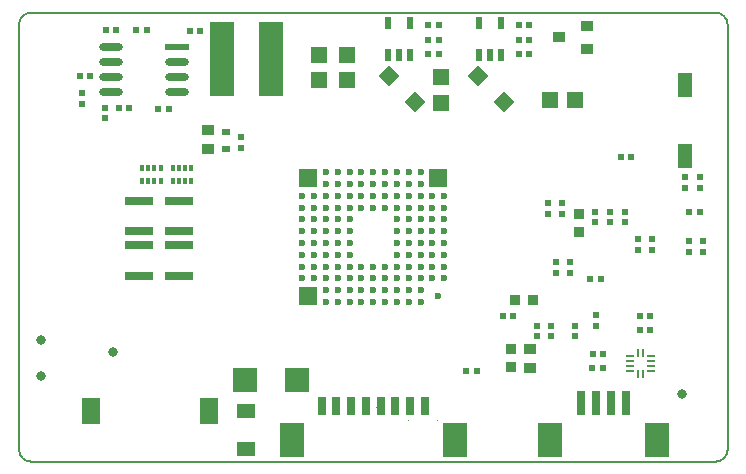
<source format=gbp>
%FSLAX44Y44*%
%MOMM*%
G71*
G01*
G75*
G04 Layer_Color=128*
%ADD10R,1.8000X0.2500*%
%ADD11R,0.5000X0.6000*%
%ADD12R,0.5000X1.1000*%
%ADD13R,0.8128X0.8128*%
%ADD14R,1.0160X0.8890*%
%ADD15R,2.4000X1.2500*%
%ADD16R,1.2000X1.2500*%
%ADD17R,0.8890X1.0160*%
%ADD18R,1.6002X1.2954*%
%ADD19R,0.7600X1.5200*%
%ADD20R,0.6000X0.5000*%
%ADD21R,0.8128X0.8128*%
%ADD22R,1.0668X0.8128*%
G04:AMPARAMS|DCode=23|XSize=0.22mm|YSize=0.8mm|CornerRadius=0mm|HoleSize=0mm|Usage=FLASHONLY|Rotation=90.000|XOffset=0mm|YOffset=0mm|HoleType=Round|Shape=RoundedRectangle|*
%AMROUNDEDRECTD23*
21,1,0.2200,0.8000,0,0,90.0*
21,1,0.2200,0.8000,0,0,90.0*
1,1,0.0000,0.4000,0.1100*
1,1,0.0000,0.4000,-0.1100*
1,1,0.0000,-0.4000,-0.1100*
1,1,0.0000,-0.4000,0.1100*
%
%ADD23ROUNDEDRECTD23*%
G04:AMPARAMS|DCode=24|XSize=0.22mm|YSize=0.8mm|CornerRadius=0mm|HoleSize=0mm|Usage=FLASHONLY|Rotation=0.000|XOffset=0mm|YOffset=0mm|HoleType=Round|Shape=RoundedRectangle|*
%AMROUNDEDRECTD24*
21,1,0.2200,0.8000,0,0,0.0*
21,1,0.2200,0.8000,0,0,0.0*
1,1,0.0000,0.1100,-0.4000*
1,1,0.0000,-0.1100,-0.4000*
1,1,0.0000,-0.1100,0.4000*
1,1,0.0000,0.1100,0.4000*
%
%ADD24ROUNDEDRECTD24*%
%ADD25R,4.3000X4.3000*%
%ADD26R,0.6000X0.7000*%
%ADD27R,1.2000X1.4000*%
%ADD28R,0.8000X1.6000*%
%ADD29P,1.8385X4X90.0*%
%ADD30R,1.2700X0.5080*%
%ADD31R,1.3970X1.3970*%
%ADD32R,1.2000X1.6000*%
%ADD33R,1.5000X0.4000*%
%ADD34R,1.2000X2.2000*%
%ADD35R,1.6000X1.4000*%
%ADD36R,1.1000X1.4000*%
%ADD37R,0.7000X1.6000*%
%ADD38R,1.4000X1.2000*%
%ADD39R,1.4000X0.6000*%
%ADD40C,0.2000*%
%ADD41C,0.2540*%
%ADD42C,0.1270*%
%ADD43C,0.4000*%
%ADD44C,0.6000*%
%ADD45C,0.3000*%
%ADD46C,1.0000*%
%ADD47C,0.5000*%
%ADD48C,0.0254*%
%ADD49C,0.5000*%
G04:AMPARAMS|DCode=50|XSize=4mm|YSize=4mm|CornerRadius=2mm|HoleSize=0mm|Usage=FLASHONLY|Rotation=0.000|XOffset=0mm|YOffset=0mm|HoleType=Round|Shape=RoundedRectangle|*
%AMROUNDEDRECTD50*
21,1,4.0000,0.0000,0,0,0.0*
21,1,0.0000,4.0000,0,0,0.0*
1,1,4.0000,0.0000,0.0000*
1,1,4.0000,0.0000,0.0000*
1,1,4.0000,0.0000,0.0000*
1,1,4.0000,0.0000,0.0000*
%
%ADD50ROUNDEDRECTD50*%
%ADD51R,1.5240X1.5240*%
%ADD52C,1.5240*%
%ADD53C,0.3000*%
%ADD54C,4.4000*%
%ADD55C,0.8000*%
%ADD56C,3.6000*%
%ADD57R,1.2000X2.0000*%
%ADD58R,1.6000X1.2000*%
%ADD59O,2.0320X0.6096*%
%ADD60R,2.0320X0.6096*%
%ADD61R,2.3500X0.7250*%
%ADD62R,1.3970X1.3970*%
%ADD63P,1.8385X4X180.0*%
%ADD64R,2.1000X3.0000*%
%ADD65R,0.8000X2.1000*%
%ADD66R,1.6000X2.2000*%
%ADD67C,0.8000*%
G04:AMPARAMS|DCode=68|XSize=2mm|YSize=2mm|CornerRadius=0mm|HoleSize=0mm|Usage=FLASHONLY|Rotation=180.000|XOffset=0mm|YOffset=0mm|HoleType=Round|Shape=RoundedRectangle|*
%AMROUNDEDRECTD68*
21,1,2.0000,2.0000,0,0,180.0*
21,1,2.0000,2.0000,0,0,180.0*
1,1,0.0000,-1.0000,1.0000*
1,1,0.0000,1.0000,1.0000*
1,1,0.0000,1.0000,-1.0000*
1,1,0.0000,-1.0000,-1.0000*
%
%ADD68ROUNDEDRECTD68*%
%ADD69R,2.1500X6.3000*%
%ADD70C,0.6000*%
%ADD71R,1.6000X1.6000*%
%ADD72R,0.4064X0.5500*%
%ADD73R,0.3048X0.5500*%
%ADD74R,0.2000X0.7500*%
%ADD75R,0.7500X0.2000*%
%ADD76R,0.7000X0.6000*%
%ADD77R,2.3500X1.9250*%
%ADD78C,4.0000*%
%ADD79C,0.1250*%
%ADD80C,0.1524*%
%ADD81C,0.1200*%
%ADD82C,0.2032*%
%ADD83C,0.1000*%
%ADD84R,2.0040X0.4540*%
%ADD85R,0.7040X0.8040*%
%ADD86R,0.7040X1.3040*%
%ADD87R,1.0168X1.0168*%
%ADD88R,1.2200X1.0930*%
%ADD89R,2.6040X1.4540*%
%ADD90R,1.4040X1.4540*%
%ADD91R,1.0930X1.2200*%
%ADD92R,1.8042X1.4994*%
%ADD93R,0.9640X1.7240*%
%ADD94R,0.8040X0.7040*%
%ADD95R,1.0168X1.0168*%
%ADD96R,1.2708X1.0168*%
G04:AMPARAMS|DCode=97|XSize=0.424mm|YSize=1.004mm|CornerRadius=0mm|HoleSize=0mm|Usage=FLASHONLY|Rotation=90.000|XOffset=0mm|YOffset=0mm|HoleType=Round|Shape=RoundedRectangle|*
%AMROUNDEDRECTD97*
21,1,0.4240,1.0040,0,0,90.0*
21,1,0.4240,1.0040,0,0,90.0*
1,1,0.0000,0.5020,0.2120*
1,1,0.0000,0.5020,-0.2120*
1,1,0.0000,-0.5020,-0.2120*
1,1,0.0000,-0.5020,0.2120*
%
%ADD97ROUNDEDRECTD97*%
G04:AMPARAMS|DCode=98|XSize=0.424mm|YSize=1.004mm|CornerRadius=0mm|HoleSize=0mm|Usage=FLASHONLY|Rotation=0.000|XOffset=0mm|YOffset=0mm|HoleType=Round|Shape=RoundedRectangle|*
%AMROUNDEDRECTD98*
21,1,0.4240,1.0040,0,0,0.0*
21,1,0.4240,1.0040,0,0,0.0*
1,1,0.0000,0.2120,-0.5020*
1,1,0.0000,-0.2120,-0.5020*
1,1,0.0000,-0.2120,0.5020*
1,1,0.0000,0.2120,0.5020*
%
%ADD98ROUNDEDRECTD98*%
%ADD99R,4.5040X4.5040*%
%ADD100R,0.8040X0.9040*%
%ADD101R,1.4040X1.6040*%
%ADD102R,1.0040X1.8040*%
%ADD103P,2.1270X4X90.0*%
%ADD104R,1.4740X0.7120*%
%ADD105R,1.6010X1.6010*%
%ADD106R,1.4040X1.8040*%
%ADD107R,1.7040X0.6040*%
%ADD108R,1.4040X2.4040*%
%ADD109R,1.8040X1.6040*%
%ADD110R,1.3040X1.6040*%
%ADD111R,0.9040X1.8040*%
%ADD112R,1.6040X1.4040*%
%ADD113R,1.6040X0.8040*%
%ADD114C,0.7040*%
G04:AMPARAMS|DCode=115|XSize=4.204mm|YSize=4.204mm|CornerRadius=2.102mm|HoleSize=0mm|Usage=FLASHONLY|Rotation=0.000|XOffset=0mm|YOffset=0mm|HoleType=Round|Shape=RoundedRectangle|*
%AMROUNDEDRECTD115*
21,1,4.2040,0.0000,0,0,0.0*
21,1,0.0000,4.2040,0,0,0.0*
1,1,4.2040,0.0000,0.0000*
1,1,4.2040,0.0000,0.0000*
1,1,4.2040,0.0000,0.0000*
1,1,4.2040,0.0000,0.0000*
%
%ADD115ROUNDEDRECTD115*%
%ADD116R,1.7280X1.7280*%
%ADD117C,1.7280*%
%ADD118C,0.5040*%
%ADD119C,0.2040*%
%ADD120C,4.6040*%
%ADD121R,2.5500X1.4000*%
%ADD122R,1.4040X2.2040*%
%ADD123R,1.8040X1.4040*%
%ADD124O,2.2360X0.8136*%
%ADD125R,2.2360X0.8136*%
%ADD126R,2.5540X0.9290*%
%ADD127R,1.6010X1.6010*%
%ADD128P,2.1270X4X180.0*%
%ADD129R,2.3040X3.2040*%
%ADD130R,1.0040X2.3040*%
%ADD131R,1.8040X2.4040*%
%ADD132C,1.0040*%
G04:AMPARAMS|DCode=133|XSize=2.204mm|YSize=2.204mm|CornerRadius=0mm|HoleSize=0mm|Usage=FLASHONLY|Rotation=180.000|XOffset=0mm|YOffset=0mm|HoleType=Round|Shape=RoundedRectangle|*
%AMROUNDEDRECTD133*
21,1,2.2040,2.2040,0,0,180.0*
21,1,2.2040,2.2040,0,0,180.0*
1,1,0.0000,-1.1020,1.1020*
1,1,0.0000,1.1020,1.1020*
1,1,0.0000,1.1020,-1.1020*
1,1,0.0000,-1.1020,-1.1020*
%
%ADD133ROUNDEDRECTD133*%
%ADD134R,2.3540X6.5040*%
%ADD135C,0.8040*%
%ADD136R,1.8040X1.8040*%
%ADD137R,0.6104X0.7540*%
%ADD138R,0.5088X0.7540*%
%ADD139R,0.4040X0.9540*%
%ADD140R,0.9540X0.4040*%
%ADD141R,0.9040X0.8040*%
%ADD142C,4.2040*%
D11*
X-206500Y109000D02*
D03*
X-215500D02*
D03*
X123230Y167031D02*
D03*
X132230D02*
D03*
X55656Y154830D02*
D03*
X46656D02*
D03*
X55656Y179230D02*
D03*
X46656D02*
D03*
X234500Y-79000D02*
D03*
X225500D02*
D03*
X234500Y-67000D02*
D03*
X225500D02*
D03*
X267500Y21000D02*
D03*
X276500D02*
D03*
X183500Y-35494D02*
D03*
X192500D02*
D03*
X109500Y-67000D02*
D03*
X118500D02*
D03*
X78500Y-113000D02*
D03*
X87500D02*
D03*
X-155354Y174853D02*
D03*
X-146354D02*
D03*
X-226500Y175642D02*
D03*
X-217500D02*
D03*
X-239500Y136000D02*
D03*
X-248500D02*
D03*
X-192003Y175642D02*
D03*
X-201003D02*
D03*
X-173062Y108887D02*
D03*
X-182062D02*
D03*
X46656Y167031D02*
D03*
X55656D02*
D03*
X185500Y-110840D02*
D03*
X194500D02*
D03*
X194658Y-99110D02*
D03*
X185658D02*
D03*
X132230Y179230D02*
D03*
X123230D02*
D03*
Y154830D02*
D03*
X132230D02*
D03*
X218500Y68000D02*
D03*
X209500D02*
D03*
D12*
X108230Y181299D02*
D03*
X89230D02*
D03*
Y154299D02*
D03*
X98730D02*
D03*
X108230D02*
D03*
X31500Y181299D02*
D03*
X12500D02*
D03*
Y154299D02*
D03*
X22000D02*
D03*
X31500D02*
D03*
D13*
X135620Y-53494D02*
D03*
X120380D02*
D03*
D14*
X133000Y-110506D02*
D03*
Y-94504D02*
D03*
X-140000Y74999D02*
D03*
Y91001D02*
D03*
D20*
X-227000Y100500D02*
D03*
Y109500D02*
D03*
X188178Y-65995D02*
D03*
Y-74994D02*
D03*
X264000Y41500D02*
D03*
Y50500D02*
D03*
X277000D02*
D03*
Y41500D02*
D03*
X139000Y-74994D02*
D03*
Y-83994D02*
D03*
X160000Y19500D02*
D03*
Y28500D02*
D03*
X150678Y-83994D02*
D03*
Y-74994D02*
D03*
X170678D02*
D03*
Y-83994D02*
D03*
X267000Y-12500D02*
D03*
Y-3500D02*
D03*
X200000Y21500D02*
D03*
Y12500D02*
D03*
X279000Y-3500D02*
D03*
Y-12500D02*
D03*
X188000Y21500D02*
D03*
Y12500D02*
D03*
X236000Y-1500D02*
D03*
Y-10500D02*
D03*
X224000D02*
D03*
Y-1500D02*
D03*
X213000Y12500D02*
D03*
Y21500D02*
D03*
X-246450Y113000D02*
D03*
Y122000D02*
D03*
X166632Y-30029D02*
D03*
Y-21029D02*
D03*
X155000Y-29994D02*
D03*
Y-20994D02*
D03*
X-112000Y84500D02*
D03*
Y75500D02*
D03*
X148000Y28500D02*
D03*
Y19500D02*
D03*
D21*
X174000Y19620D02*
D03*
Y4380D02*
D03*
X117000Y-109620D02*
D03*
Y-94380D02*
D03*
D22*
X180544Y178589D02*
D03*
Y159513D02*
D03*
X157608Y169051D02*
D03*
D28*
X43750Y-142584D02*
D03*
X18750D02*
D03*
X-43750D02*
D03*
X-31250D02*
D03*
X-18750D02*
D03*
X-6250D02*
D03*
X6250D02*
D03*
X31250D02*
D03*
D31*
X170795Y116000D02*
D03*
X149205D02*
D03*
D40*
X289941Y-190000D02*
G03*
X299941Y-180000I0J10000D01*
G01*
Y180000D02*
G03*
X289941Y190000I-10000J0D01*
G01*
X-300000Y-180000D02*
G03*
X-290000Y-190000I10000J0D01*
G01*
Y190000D02*
G03*
X-300000Y180000I0J-10000D01*
G01*
X300000Y-180000D02*
Y180000D01*
X-300000Y-180000D02*
Y180000D01*
X-290000Y-190000D02*
X289941Y-190000D01*
X-290000Y190000D02*
X289941Y190000D01*
D48*
X53993Y-154584D02*
X54000D01*
X27493Y-143984D02*
X27500D01*
X2493D02*
X2500D01*
X28993Y-154584D02*
X29000D01*
D57*
X263778Y68431D02*
D03*
Y128431D02*
D03*
D58*
X-108000Y-147000D02*
D03*
Y-179000D02*
D03*
D59*
X-222080Y161390D02*
D03*
Y148691D02*
D03*
Y135990D02*
D03*
Y123291D02*
D03*
X-166200D02*
D03*
Y135990D02*
D03*
Y148691D02*
D03*
D60*
Y161390D02*
D03*
D61*
X-164612Y5000D02*
D03*
Y31000D02*
D03*
X-198612D02*
D03*
Y5000D02*
D03*
Y-7000D02*
D03*
Y-33000D02*
D03*
X-164612D02*
D03*
Y-7000D02*
D03*
D62*
X-46251Y154443D02*
D03*
Y132853D02*
D03*
X57000Y113825D02*
D03*
Y135415D02*
D03*
X-22189Y132853D02*
D03*
Y154443D02*
D03*
D63*
X13000Y136000D02*
D03*
X35000Y114000D02*
D03*
X89000Y136000D02*
D03*
X111000Y114000D02*
D03*
D64*
X240000Y-171584D02*
D03*
X150000D02*
D03*
X69250D02*
D03*
X-69250D02*
D03*
D65*
X176250Y-140584D02*
D03*
X188750D02*
D03*
X201250D02*
D03*
X213750D02*
D03*
D66*
X-238750Y-147000D02*
D03*
X-139250D02*
D03*
D67*
X-281700Y-87500D02*
D03*
Y-117500D02*
D03*
X-220000Y-97500D02*
D03*
X261000Y-133000D02*
D03*
D68*
X-65000Y-121000D02*
D03*
X-109000D02*
D03*
D69*
X-127831Y150546D02*
D03*
X-86331D02*
D03*
D70*
X-60000Y35000D02*
D03*
Y25000D02*
D03*
Y15000D02*
D03*
Y5000D02*
D03*
Y-5000D02*
D03*
Y-15000D02*
D03*
Y-25000D02*
D03*
Y-35000D02*
D03*
X60000Y35000D02*
D03*
Y25000D02*
D03*
Y15000D02*
D03*
Y5000D02*
D03*
Y-5000D02*
D03*
Y-15000D02*
D03*
Y-25000D02*
D03*
Y-35000D02*
D03*
X-40000Y55000D02*
D03*
X-30000D02*
D03*
X-20000D02*
D03*
X-10000D02*
D03*
X0D02*
D03*
X10000D02*
D03*
X20000D02*
D03*
X30000D02*
D03*
X40000D02*
D03*
X-40000Y-55000D02*
D03*
X-30000D02*
D03*
X-20000D02*
D03*
X-10000D02*
D03*
X0D02*
D03*
X10000D02*
D03*
X20000D02*
D03*
X30000D02*
D03*
X40000D02*
D03*
X55000Y-50000D02*
D03*
X50000Y-35000D02*
D03*
Y-25000D02*
D03*
Y-15000D02*
D03*
Y-5000D02*
D03*
Y5000D02*
D03*
Y15000D02*
D03*
Y25000D02*
D03*
Y35000D02*
D03*
X40000Y-45000D02*
D03*
Y-35000D02*
D03*
Y-25000D02*
D03*
Y-15000D02*
D03*
Y-5000D02*
D03*
Y5000D02*
D03*
Y15000D02*
D03*
Y25000D02*
D03*
Y35000D02*
D03*
Y45000D02*
D03*
X30000Y-45000D02*
D03*
Y-35000D02*
D03*
Y-25000D02*
D03*
Y-15000D02*
D03*
Y-5000D02*
D03*
Y5000D02*
D03*
Y15000D02*
D03*
Y25000D02*
D03*
Y35000D02*
D03*
Y45000D02*
D03*
X20000Y-45000D02*
D03*
Y-35000D02*
D03*
Y-25000D02*
D03*
Y-15000D02*
D03*
Y-5000D02*
D03*
Y5000D02*
D03*
Y15000D02*
D03*
Y25000D02*
D03*
Y35000D02*
D03*
Y45000D02*
D03*
X10000Y-45000D02*
D03*
Y-35000D02*
D03*
Y-25000D02*
D03*
Y25000D02*
D03*
Y35000D02*
D03*
Y45000D02*
D03*
X0Y-45000D02*
D03*
Y-35000D02*
D03*
Y-25000D02*
D03*
Y25000D02*
D03*
Y35000D02*
D03*
Y45000D02*
D03*
X-10000Y-45000D02*
D03*
Y-35000D02*
D03*
Y-25000D02*
D03*
Y25000D02*
D03*
Y35000D02*
D03*
Y45000D02*
D03*
X-20000Y-45000D02*
D03*
Y-35000D02*
D03*
Y-25000D02*
D03*
Y-15000D02*
D03*
Y-5000D02*
D03*
Y5000D02*
D03*
Y15000D02*
D03*
Y25000D02*
D03*
Y35000D02*
D03*
Y45000D02*
D03*
X-30000Y-45000D02*
D03*
Y-35000D02*
D03*
Y-25000D02*
D03*
Y-15000D02*
D03*
Y-5000D02*
D03*
Y5000D02*
D03*
Y15000D02*
D03*
Y25000D02*
D03*
Y35000D02*
D03*
Y45000D02*
D03*
X-40000Y-45000D02*
D03*
Y-35000D02*
D03*
Y-25000D02*
D03*
Y-15000D02*
D03*
Y-5000D02*
D03*
Y5000D02*
D03*
Y15000D02*
D03*
Y25000D02*
D03*
Y35000D02*
D03*
Y45000D02*
D03*
X-50000Y-35000D02*
D03*
Y-25000D02*
D03*
Y-15000D02*
D03*
Y-5000D02*
D03*
Y5000D02*
D03*
Y15000D02*
D03*
Y25000D02*
D03*
Y35000D02*
D03*
D71*
X55000Y50000D02*
D03*
X-55000Y-50000D02*
D03*
Y50000D02*
D03*
D72*
X-179999Y47750D02*
D03*
X-196001D02*
D03*
Y58250D02*
D03*
X-179999D02*
D03*
X-153999Y47750D02*
D03*
X-170001D02*
D03*
Y58250D02*
D03*
X-153999D02*
D03*
D73*
X-185501Y47750D02*
D03*
X-190499D02*
D03*
Y58250D02*
D03*
X-185501D02*
D03*
X-159501Y47750D02*
D03*
X-164499D02*
D03*
Y58250D02*
D03*
X-159501D02*
D03*
D74*
X224000Y-98000D02*
D03*
X228000D02*
D03*
Y-116000D02*
D03*
X224000D02*
D03*
D75*
X235000Y-101000D02*
D03*
Y-105000D02*
D03*
Y-109000D02*
D03*
Y-113000D02*
D03*
X217000D02*
D03*
Y-109000D02*
D03*
Y-105000D02*
D03*
Y-101000D02*
D03*
D76*
X-125000Y89100D02*
D03*
Y74900D02*
D03*
M02*

</source>
